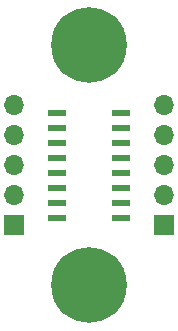
<source format=gbr>
%TF.GenerationSoftware,KiCad,Pcbnew,(5.1.10)-1*%
%TF.CreationDate,2021-09-07T19:43:19+10:00*%
%TF.ProjectId,BasicSwitchBO-logic,42617369-6353-4776-9974-6368424f2d6c,rev?*%
%TF.SameCoordinates,Original*%
%TF.FileFunction,Soldermask,Top*%
%TF.FilePolarity,Negative*%
%FSLAX46Y46*%
G04 Gerber Fmt 4.6, Leading zero omitted, Abs format (unit mm)*
G04 Created by KiCad (PCBNEW (5.1.10)-1) date 2021-09-07 19:43:19*
%MOMM*%
%LPD*%
G01*
G04 APERTURE LIST*
%ADD10R,1.500000X0.600000*%
%ADD11R,1.700000X1.700000*%
%ADD12O,1.700000X1.700000*%
%ADD13C,6.400000*%
%ADD14C,0.800000*%
G04 APERTURE END LIST*
D10*
%TO.C,U1*%
X176055000Y-109855000D03*
X176055000Y-108585000D03*
X176055000Y-107315000D03*
X176055000Y-106045000D03*
X176055000Y-104775000D03*
X176055000Y-103505000D03*
X176055000Y-102235000D03*
X176055000Y-100965000D03*
X170655000Y-100965000D03*
X170655000Y-102235000D03*
X170655000Y-103505000D03*
X170655000Y-104775000D03*
X170655000Y-106045000D03*
X170655000Y-107315000D03*
X170655000Y-108585000D03*
X170655000Y-109855000D03*
%TD*%
D11*
%TO.C,J2*%
X179705000Y-110490000D03*
D12*
X179705000Y-107950000D03*
X179705000Y-105410000D03*
X179705000Y-102870000D03*
X179705000Y-100330000D03*
%TD*%
D11*
%TO.C,J1*%
X167005000Y-110490000D03*
D12*
X167005000Y-107950000D03*
X167005000Y-105410000D03*
X167005000Y-102870000D03*
X167005000Y-100330000D03*
%TD*%
D13*
%TO.C,H2*%
X173355000Y-115570000D03*
D14*
X175755000Y-115570000D03*
X175052056Y-117267056D03*
X173355000Y-117970000D03*
X171657944Y-117267056D03*
X170955000Y-115570000D03*
X171657944Y-113872944D03*
X173355000Y-113170000D03*
X175052056Y-113872944D03*
%TD*%
D13*
%TO.C,H1*%
X173355000Y-95250000D03*
D14*
X175755000Y-95250000D03*
X175052056Y-96947056D03*
X173355000Y-97650000D03*
X171657944Y-96947056D03*
X170955000Y-95250000D03*
X171657944Y-93552944D03*
X173355000Y-92850000D03*
X175052056Y-93552944D03*
%TD*%
M02*

</source>
